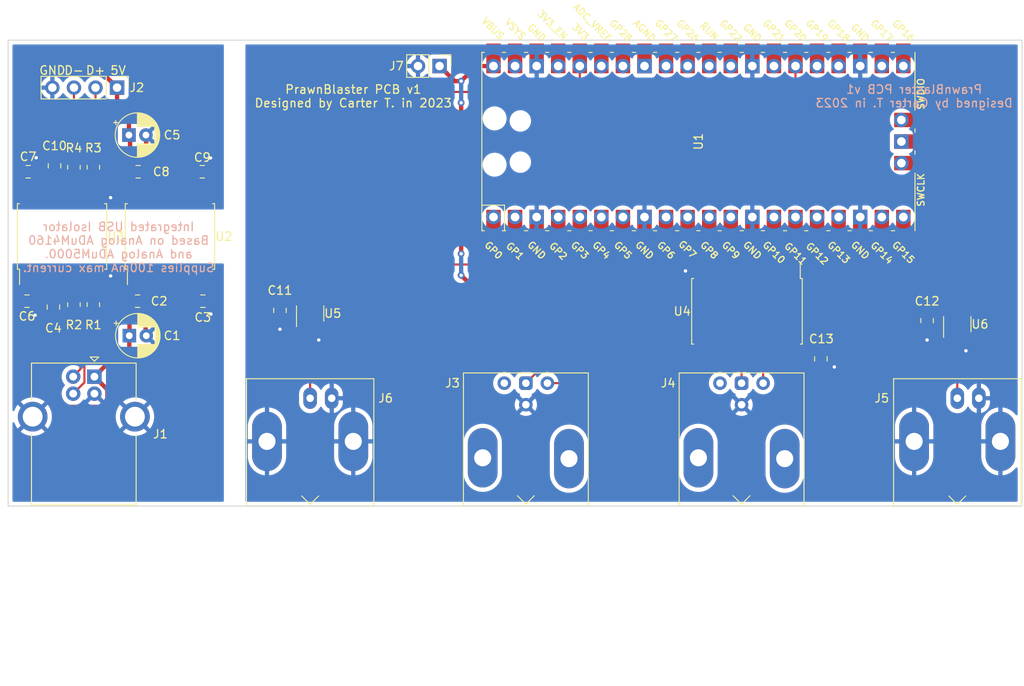
<source format=kicad_pcb>
(kicad_pcb (version 20211014) (generator pcbnew)
  (layers (0 "F.Cu" signal) (31 "B.Cu" signal) (34 "B.Paste" user) (35 "F.Paste" user) (36 "B.SilkS" user "B.Silkscreen") (37 "F.SilkS" user "F.Silkscreen") (38 "B.Mask" user) (39 "F.Mask" user) (44 "Edge.Cuts" user))
  (net 0 "")
  (net 1 "Net-(J1-Pad2)")
  (net 2 "GND")
  (net 3 "Net-(J2-Pad2)")
  (net 4 "Net-(J3-Pad1)")
  (net 5 "Net-(J3-Pad2)")
  (net 6 "Net-(J4-Pad1)")
  (net 7 "Net-(J5-Pad1)")
  (net 8 "VBUS")
  (net 28 "GNDD")
  (net 34 "Net-(C4-Pad1)")
  (net 35 "+5V")
  (net 36 "GNDA")
  (net 37 "Net-(C10-Pad1)")
  (net 38 "+3.3V")
  (net 39 "Net-(J1-Pad3)")
  (net 40 "Net-(J2-Pad3)")
  (net 41 "Net-(J4-Pad2)")
  (net 42 "Net-(R1-Pad2)")
  (net 43 "Net-(R2-Pad2)")
  (net 44 "Net-(R3-Pad1)")
  (net 45 "Net-(R4-Pad1)")
  (net 46 "Net-(U1-Pad1)")
  (net 51 "Net-(U1-Pad12)")
  (net 52 "Net-(U1-Pad15)")
  (net 53 "Net-(U1-Pad17)")
  (net 54 "Net-(U1-Pad20)")
  (net 55 "Net-(U1-Pad26)")
  (net 62 "Net-(J6-Pad1)")
  (net 63 "+5VD")
  (footprint "Resistor_SMD:R_0805_2012Metric" (layer "F.Cu") (at 65.913 57.5545 90)
    (fp_text reference "R1")
    (fp_text value "24")
  )
  (footprint "Package_TO_SOT_SMD:SOT-23-5_HandSoldering" (layer "F.Cu") (at 91.44 58.594 90)
    (fp_text reference "U5")
    (fp_text value "74LVC1G17")
  )
  (footprint "Package_TO_SOT_SMD:SOT-23-5_HandSoldering" (layer "F.Cu") (at 167.64 59.864 90)
    (fp_text reference "U6")
    (fp_text value "74LVC1G07")
  )
  (footprint "Package_SO:SOIC-16W_7.5x10.3mm_P1.27mm" (layer "F.Cu") (at 62.23 49.53 90)
    (fp_text reference "U3")
    (fp_text value "ADUM4160")
  )
  (footprint "Capacitor_SMD:C_0805_2012Metric" (layer "F.Cu") (at 78.806 57.15)
    (fp_text reference "C3")
    (fp_text value "100nF")
  )
  (footprint "Capacitor_SMD:C_0805_2012Metric" (layer "F.Cu") (at 58.105 57.15)
    (fp_text reference "C6")
    (fp_text value "100nF")
  )
  (footprint "Capacitor_SMD:C_0805_2012Metric" (layer "F.Cu") (at 71.186 41.91 180)
    (fp_text reference "C8")
    (fp_text value "100nF")
  )
  (footprint "Capacitor_SMD:C_0805_2012Metric" (layer "F.Cu") (at 78.74 41.91)
    (fp_text reference "C9")
    (fp_text value "100nF")
  )
  (footprint "Capacitor_THT:CP_Radial_D5.0mm_P2.00mm" (layer "F.Cu") (at 70.104 37.592)
    (fp_text reference "C5")
    (fp_text value "10uF")
  )
  (footprint "Package_SO:SOIC-20W_7.5x12.8mm_P1.27mm" (layer "F.Cu") (at 142.875 58.342 -90)
    (fp_text reference "U4")
    (fp_text value "74ABT245")
  )
  (footprint "Capacitor_SMD:C_0805_2012Metric" (layer "F.Cu") (at 164.084 59.436 -90)
    (fp_text reference "C12")
    (fp_text value "100nF")
  )
  (footprint "Resistor_SMD:R_0805_2012Metric" (layer "F.Cu") (at 65.913 41.3785 90)
    (fp_text reference "R3")
    (fp_text value "24")
  )
  (footprint "Package_SO:SOIC-16W_7.5x10.3mm_P1.27mm" (layer "F.Cu") (at 74.93 49.53 90)
    (fp_text reference "U2")
    (fp_text value "ADuM5000")
  )
  (footprint "Resistor_SMD:R_0805_2012Metric" (layer "F.Cu") (at 63.627 41.3785 90)
    (fp_text reference "R4")
    (fp_text value "24")
  )
  (footprint "Capacitor_SMD:C_0805_2012Metric" (layer "F.Cu") (at 71.12 57.15 180)
    (fp_text reference "C2")
    (fp_text value "100nF")
  )
  (footprint "Capacitor_SMD:C_0805_2012Metric" (layer "F.Cu") (at 58.232 41.91 180)
    (fp_text reference "C7")
    (fp_text value "100nF")
  )
  (footprint "Connector_PinHeader_2.54mm:PinHeader_1x04_P2.54mm_Vertical" (layer "F.Cu") (at 68.707 32.004 -90)
    (fp_text reference "J2")
    (fp_text value "Conn_01x04")
  )
  (footprint "Capacitor_SMD:C_0805_2012Metric" (layer "F.Cu") (at 61.341 41.214 90)
    (fp_text reference "C10")
    (fp_text value "100nF")
  )
  (footprint "Capacitor_SMD:C_0805_2012Metric" (layer "F.Cu") (at 151.577 63.942 -90)
    (fp_text reference "C13")
    (fp_text value "100nF")
  )
  (footprint "Capacitor_THT:CP_Radial_D5.0mm_P2.00mm" (layer "F.Cu") (at 70.147401 61.214)
    (fp_text reference "C1")
    (fp_text value "10uF")
  )
  (footprint "Connector_USB:USB_B_OST_USB-B1HSxx_Horizontal" (layer "F.Cu") (at 66.04 66.04 -90)
    (fp_text reference "J1")
    (fp_text value "USB_B")
  )
  (footprint "Resistor_SMD:R_0805_2012Metric" (layer "F.Cu") (at 63.627 57.5545 90)
    (fp_text reference "R2")
    (fp_text value "24")
  )
  (footprint "Connector_PinHeader_2.54mm:PinHeader_1x02_P2.54mm_Vertical" (layer "F.Cu") (at 106.68 29.464 -90)
    (fp_text reference "J7")
    (fp_text value "Conn_01x02")
  )
  (footprint "Capacitor_SMD:C_0805_2012Metric" (layer "F.Cu") (at 61.214 57.851 -90)
    (fp_text reference "C4")
    (fp_text value "100nF")
  )
  (footprint "MCU_RaspberryPi_and_Boards:RPi_Pico_SMD_TH" (layer "F.Cu") (at 137.16 38.354 90)
    (fp_text reference "U1")
    (fp_text value "Pico")
  )
  (footprint "Connector_Coaxial:BNC_Amphenol_B6252HB-NPP3G-50_Horizontal" (layer "F.Cu") (at 167.64 68.58 180)
    (fp_text reference "J5")
    (fp_text value "Conn_Coaxial")
  )
  (footprint "Connector_Coaxial:BNC_Amphenol_031-6575_Horizontal" (layer "F.Cu") (at 116.84 66.802 180)
    (fp_text reference "J3")
    (fp_text value "Conn_Coaxial_x2")
  )
  (footprint "Connector_Coaxial:BNC_Amphenol_B6252HB-NPP3G-50_Horizontal" (layer "F.Cu") (at 91.44 68.58 180)
    (fp_text reference "J6")
    (fp_text value "Conn_Coaxial")
  )
  (footprint "Capacitor_SMD:C_0805_2012Metric" (layer "F.Cu") (at 87.884 58.232 -90)
    (fp_text reference "C11")
    (fp_text value "100nF")
  )
  (footprint "Connector_Coaxial:BNC_Amphenol_031-6575_Horizontal" (layer "F.Cu") (at 142.24 66.802 180)
    (fp_text reference "J4")
    (fp_text value "Conn_Coaxial_x2")
  )
  (gr_rect (start 175.26 81.28) (end 55.88 26.416) (layer "Edge.Cuts") (width 0.1) (fill none))
  (gr_text "Integrated USB Isolator\nBased on Analog ADuM4160\nand Analog ADuM5000.\nSupplies 100mA max current." (at 68.8848 50.8) (layer "B.SilkS") (effects (font (size 1 1)) (justify mirror)))
  (gr_text "PrawnBlaster PCB v1\nDesigned by Carter T. in 2023\n" (at 162.56 33.02) (layer "B.SilkS") (effects (font (size 1 1)) (justify mirror)))
  (gr_text "5V" (at 68.834 29.972) (layer "F.SilkS") (effects (font (size 1 1))))
  (gr_text "PrawnBlaster PCB v1\nDesigned by Carter T. in 2023\n" (at 96.52 33.02) (layer "F.SilkS") (effects (font (size 1 1))))
  (gr_text "D-" (at 63.627 29.972) (layer "F.SilkS") (effects (font (size 1 1))))
  (gr_text "GND" (at 61.087 29.972) (layer "F.SilkS") (effects (font (size 1 1))))
  (gr_text "D+" (at 66.167 29.972) (layer "F.SilkS") (effects (font (size 1 1))))
  (segment (start 65.278 60.833) (end 64.77 60.833) (width 0.25) (layer "F.Cu") (net 1))
  (segment (start 65.405 60.96) (end 65.278 60.833) (width 0.25) (layer "F.Cu") (net 1))
  (segment (start 63.54 66.04) (end 63.54 66) (width 0.25) (layer "F.Cu") (net 1))
  (segment (start 65.405 61.595) (end 65.405 60.96) (width 0.25) (layer "F.Cu") (net 1))
  (segment (start 64.77 60.833) (end 64.262 61.341) (width 0.25) (layer "F.Cu") (net 1))
  (segment (start 63.881 61.341) (end 63.627 61.087) (width 0.25) (layer "F.Cu") (net 1))
  (segment (start 64.262 61.341) (end 63.881 61.341) (width 0.25) (layer "F.Cu") (net 1))
  (segment (start 64.389 65.151) (end 64.389 62.611) (width 0.25) (layer "F.Cu") (net 1))
  (segment (start 63.54 66) (end 64.389 65.151) (width 0.25) (layer "F.Cu") (net 1))
  (segment (start 64.389 62.611) (end 65.405 61.595) (width 0.25) (layer "F.Cu") (net 1))
  (segment (start 63.627 61.087) (end 63.627 58.467) (width 0.25) (layer "F.Cu") (net 1))
  (segment (start 92.39 61.656) (end 92.456 61.722) (width 0.25) (layer "F.Cu") (net 2))
  (segment (start 92.39 59.944) (end 92.39 61.656) (width 0.25) (layer "F.Cu") (net 2))
  (segment (start 147.32 64.516) (end 147.696 64.892) (width 0.508) (layer "F.Cu") (net 2))
  (segment (start 151.577 64.892) (end 153.157 64.892) (width 0.508) (layer "F.Cu") (net 2))
  (segment (start 153.157 64.892) (end 153.162 64.897) (width 0.25) (layer "F.Cu") (net 2))
  (segment (start 147.696 64.892) (end 151.577 64.892) (width 0.508) (layer "F.Cu") (net 2))
  (segment (start 147.32 62.992) (end 147.32 64.516) (width 0.508) (layer "F.Cu") (net 2))
  (segment (start 87.884 59.182) (end 87.884 60.452) (width 0.25) (layer "F.Cu") (net 2))
  (segment (start 135.734 53.692) (end 135.636 53.594) (width 0.25) (layer "F.Cu") (net 2))
  (segment (start 168.59 62.926) (end 168.656 62.992) (width 0.25) (layer "F.Cu") (net 2))
  (segment (start 137.16 53.692) (end 135.734 53.692) (width 0.25) (layer "F.Cu") (net 2))
  (segment (start 168.59 61.214) (end 168.59 62.926) (width 0.25) (layer "F.Cu") (net 2))
  (segment (start 164.084 60.386) (end 164.084 61.722) (width 0.25) (layer "F.Cu") (net 2))
  (via (at 168.656 62.992) (size 0.8) (drill 0.4) (layers "F.Cu" "B.Cu") (net 2))
  (via (at 135.636 53.594) (size 0.8) (drill 0.4) (layers "F.Cu" "B.Cu") (net 2))
  (via (at 87.884 60.452) (size 0.8) (drill 0.4) (layers "F.Cu" "B.Cu") (net 2))
  (via (at 164.084 61.722) (size 0.8) (drill 0.4) (layers "F.Cu" "B.Cu") (net 2))
  (via (at 92.456 61.722) (size 0.8) (drill 0.4) (layers "F.Cu" "B.Cu") (net 2))
  (via (at 153.162 64.897) (size 0.8) (drill 0.4) (layers "F.Cu" "B.Cu") (net 2))
  (segment (start 65.913 40.466) (end 66.167 40.212) (width 0.25) (layer "F.Cu") (net 3))
  (segment (start 66.167 40.212) (end 66.167 32.004) (width 0.25) (layer "F.Cu") (net 3))
  (segment (start 138.43 62.992) (end 137.16 62.992) (width 0.25) (layer "F.Cu") (net 4))
  (segment (start 120.65 62.992) (end 116.84 66.802) (width 0.25) (layer "F.Cu") (net 4))
  (segment (start 137.16 62.992) (end 120.65 62.992) (width 0.25) (layer "F.Cu") (net 4))
  (segment (start 119.38 66.802) (end 132.08 66.802) (width 0.25) (layer "F.Cu") (net 5))
  (segment (start 132.08 66.802) (end 134.112 64.77) (width 0.25) (layer "F.Cu") (net 5))
  (segment (start 140.97 62.992) (end 139.7 62.992) (width 0.25) (layer "F.Cu") (net 5))
  (segment (start 139.192 64.77) (end 139.7 64.262) (width 0.25) (layer "F.Cu") (net 5))
  (segment (start 139.7 64.262) (end 139.7 62.992) (width 0.25) (layer "F.Cu") (net 5))
  (segment (start 134.112 64.77) (end 139.192 64.77) (width 0.25) (layer "F.Cu") (net 5))
  (segment (start 142.24 66.802) (end 142.24 62.992) (width 0.25) (layer "F.Cu") (net 6))
  (segment (start 142.24 62.992) (end 143.51 62.992) (width 0.25) (layer "F.Cu") (net 6))
  (segment (start 167.64 68.58) (end 167.64 61.214) (width 0.25) (layer "F.Cu") (net 7))
  (segment (start 67.564 67.564) (end 67.564 68.707) (width 0.508) (layer "F.Cu") (net 8))
  (segment (start 57.155 56.129) (end 57.785 55.499) (width 0.508) (layer "F.Cu") (net 8))
  (segment (start 77.856 56.002) (end 78.105 55.753) (width 0.508) (layer "F.Cu") (net 8))
  (segment (start 70.147401 63.202599) (end 73.449401 63.202599) (width 0.508) (layer "F.Cu") (net 8))
  (segment (start 78.105 54.18) (end 76.835 54.18) (width 0.25) (layer "F.Cu") (net 8))
  (segment (start 66.04 66.04) (end 67.564 67.564) (width 0.508) (layer "F.Cu") (net 8))
  (segment (start 70.17 61.191401) (end 70.147401 61.214) (width 0.508) (layer "F.Cu") (net 8))
  (segment (start 78.105 55.753) (end 78.105 54.18) (width 0.508) (layer "F.Cu") (net 8))
  (segment (start 57.785 55.499) (end 57.785 54.18) (width 0.508) (layer "F.Cu") (net 8))
  (segment (start 70.147401 61.214) (end 70.147401 63.202599) (width 0.508) (layer "F.Cu") (net 8))
  (segment (start 57.155 57.15) (end 57.155 56.129) (width 0.508) (layer "F.Cu") (net 8))
  (segment (start 66.675 69.596) (end 62.738 69.596) (width 0.508) (layer "F.Cu") (net 8))
  (segment (start 70.485 55.753) (end 70.17 56.068) (width 0.508) (layer "F.Cu") (net 8))
  (segment (start 57.155 57.15) (end 57.155 64.013) (width 0.508) (layer "F.Cu") (net 8))
  (segment (start 70.17 56.068) (end 70.17 57.15) (width 0.508) (layer "F.Cu") (net 8))
  (segment (start 68.877401 63.202599) (end 70.147401 63.202599) (width 0.508) (layer "F.Cu") (net 8))
  (segment (start 77.856 57.15) (end 77.856 56.002) (width 0.508) (layer "F.Cu") (net 8))
  (segment (start 70.485 54.18) (end 70.485 55.753) (width 0.508) (layer "F.Cu") (net 8))
  (segment (start 67.564 68.707) (end 66.675 69.596) (width 0.508) (layer "F.Cu") (net 8))
  (segment (start 73.449401 63.202599) (end 77.856 58.796) (width 0.508) (layer "F.Cu") (net 8))
  (segment (start 77.856 58.796) (end 77.856 57.15) (width 0.508) (layer "F.Cu") (net 8))
  (segment (start 62.738 69.596) (end 57.155 64.013) (width 0.508) (layer "F.Cu") (net 8))
  (segment (start 70.17 57.15) (end 70.17 61.191401) (width 0.508) (layer "F.Cu") (net 8))
  (segment (start 66.04 66.04) (end 68.877401 63.202599) (width 0.508) (layer "F.Cu") (net 8))
  (segment (start 72.07 57.15) (end 72.07 61.136599) (width 0.508) (layer "F.Cu") (net 28))
  (segment (start 72.07 61.136599) (end 72.147401 61.214) (width 0.508) (layer "F.Cu") (net 28))
  (segment (start 72.07 56.068) (end 71.755 55.753) (width 0.508) (layer "F.Cu") (net 28))
  (segment (start 59.055 57.15) (end 59.055 54.18) (width 0.508) (layer "F.Cu") (net 28))
  (segment (start 67.9432 54.18) (end 67.945 54.1782) (width 0.25) (layer "F.Cu") (net 28))
  (segment (start 66.675 54.18) (end 67.9432 54.18) (width 0.25) (layer "F.Cu") (net 28))
  (segment (start 79.756 56.134) (end 79.375 55.753) (width 0.508) (layer "F.Cu") (net 28))
  (segment (start 72.07 57.15) (end 72.07 56.068) (width 0.508) (layer "F.Cu") (net 28))
  (segment (start 79.375 55.753) (end 79.375 54.18) (width 0.508) (layer "F.Cu") (net 28))
  (segment (start 59.055 57.15) (end 59.055 58.801) (width 0.508) (layer "F.Cu") (net 28))
  (segment (start 61.214 58.801) (end 59.055 58.801) (width 0.25) (layer "F.Cu") (net 28))
  (segment (start 79.756 57.15) (end 79.756 58.674) (width 0.508) (layer "F.Cu") (net 28))
  (segment (start 79.756 57.15) (end 79.756 56.134) (width 0.508) (layer "F.Cu") (net 28))
  (segment (start 71.755 55.753) (end 71.755 54.18) (width 0.508) (layer "F.Cu") (net 28))
  (via (at 79.756 58.674) (size 0.8) (drill 0.4) (layers "F.Cu" "B.Cu") (net 28))
  (via (at 59.055 58.801) (size 0.8) (drill 0.4) (layers "F.Cu" "B.Cu") (net 28))
  (via (at 67.945 54.1782) (size 0.8) (drill 0.4) (layers "F.Cu" "B.Cu") (net 28))
  (segment (start 61.595 54.18) (end 61.595 55.499) (width 0.25) (layer "F.Cu") (net 34))
  (segment (start 61.595 55.499) (end 61.214 55.88) (width 0.25) (layer "F.Cu") (net 34))
  (segment (start 60.325 54.18) (end 61.595 54.18) (width 0.25) (layer "F.Cu") (net 34))
  (segment (start 61.214 55.88) (end 61.214 56.901) (width 0.25) (layer "F.Cu") (net 34))
  (segment (start 61.595 54.18) (end 62.865 54.18) (width 0.25) (layer "F.Cu") (net 34))
  (segment (start 74.295 43.434) (end 75.819 41.91) (width 0.25) (layer "F.Cu") (net 35))
  (segment (start 57.282 41.91) (end 57.282 32.126) (width 0.508) (layer "F.Cu") (net 35))
  (segment (start 77.79 39.309) (end 77.79 41.91) (width 0.508) (layer "F.Cu") (net 35))
  (segment (start 70.231 43.053) (end 70.231 41.915) (width 0.508) (layer "F.Cu") (net 35))
  (segment (start 70.147401 35.476401) (end 73.957401 35.476401) (width 0.508) (layer "F.Cu") (net 35))
  (segment (start 77.79 41.91) (end 77.79 42.865) (width 0.508) (layer "F.Cu") (net 35))
  (segment (start 73.957401 35.476401) (end 77.79 39.309) (width 0.508) (layer "F.Cu") (net 35))
  (segment (start 77.79 42.865) (end 78.105 43.18) (width 0.508) (layer "F.Cu") (net 35))
  (segment (start 70.236 37.724) (end 70.104 37.592) (width 0.508) (layer "F.Cu") (net 35))
  (segment (start 74.295 44.88) (end 74.295 43.434) (width 0.25) (layer "F.Cu") (net 35))
  (segment (start 57.785 43.561) (end 57.282 43.058) (width 0.508) (layer "F.Cu") (net 35))
  (segment (start 70.147401 35.476401) (end 70.104 35.519802) (width 0.508) (layer "F.Cu") (net 35))
  (segment (start 66.675 29.972) (end 68.707 32.004) (width 0.508) (layer "F.Cu") (net 35))
  (segment (start 70.236 41.91) (end 70.236 37.724) (width 0.508) (layer "F.Cu") (net 35))
  (segment (start 75.819 41.91) (end 77.79 41.91) (width 0.25) (layer "F.Cu") (net 35))
  (segment (start 57.282 32.126) (end 59.436 29.972) (width 0.508) (layer "F.Cu") (net 35))
  (segment (start 68.707 34.036) (end 68.707 32.004) (width 0.508) (layer "F.Cu") (net 35))
  (segment (start 70.485 43.307) (end 70.231 43.053) (width 0.508) (layer "F.Cu") (net 35))
  (segment (start 57.785 44.88) (end 57.785 43.561) (width 0.508) (layer "F.Cu") (net 35))
  (segment (start 78.105 43.18) (end 78.105 44.88) (width 0.508) (layer "F.Cu") (net 35))
  (segment (start 59.436 29.972) (end 66.675 29.972) (width 0.508) (layer "F.Cu") (net 35))
  (segment (start 57.282 43.058) (end 57.282 41.91) (width 0.508) (layer "F.Cu") (net 35))
  (segment (start 70.147401 35.476401) (end 68.707 34.036) (width 0.508) (layer "F.Cu") (net 35))
  (segment (start 70.104 35.519802) (end 70.104 37.592) (width 0.508) (layer "F.Cu") (net 35))
  (segment (start 70.485 44.88) (end 70.485 43.307) (width 0.508) (layer "F.Cu") (net 35))
  (segment (start 71.755 43.434) (end 71.755 44.88) (width 0.508) (layer "F.Cu") (net 36))
  (segment (start 79.375 43.18) (end 79.375 44.88) (width 0.508) (layer "F.Cu") (net 36))
  (segment (start 59.187 40.264) (end 59.182 40.259) (width 0.25) (layer "F.Cu") (net 36))
  (segment (start 59.182 41.91) (end 59.182 43.307) (width 0.508) (layer "F.Cu") (net 36))
  (segment (start 67.945 44.958) (end 66.753 44.958) (width 0.25) (layer "F.Cu") (net 36))
  (segment (start 79.69 42.865) (end 79.375 43.18) (width 0.508) (layer "F.Cu") (net 36))
  (segment (start 72.136 41.91) (end 72.136 43.053) (width 0.508) (layer "F.Cu") (net 36))
  (segment (start 59.055 44.88) (end 59.055 43.434) (width 0.508) (layer "F.Cu") (net 36))
  (segment (start 79.69 41.91) (end 79.69 40.2996) (width 0.508) (layer "F.Cu") (net 36))
  (segment (start 59.182 41.91) (end 59.182 40.259) (width 0.508) (layer "F.Cu") (net 36))
  (segment (start 72.136 43.053) (end 71.755 43.434) (width 0.508) (layer "F.Cu") (net 36))
  (segment (start 59.055 43.434) (end 59.182 43.307) (width 0.508) (layer "F.Cu") (net 36))
  (segment (start 72.136 37.624) (end 72.104 37.592) (width 0.508) (layer "F.Cu") (net 36))
  (segment (start 79.69 41.91) (end 79.69 42.865) (width 0.508) (layer "F.Cu") (net 36))
  (segment (start 79.69 40.2996) (end 79.7052 40.2844) (width 0.25) (layer "F.Cu") (net 36))
  (segment (start 72.136 41.91) (end 72.136 37.624) (width 0.508) (layer "F.Cu") (net 36))
  (segment (start 61.341 40.264) (end 59.187 40.264) (width 0.25) (layer "F.Cu") (net 36))
  (segment (start 66.753 44.958) (end 66.675 44.88) (width 0.25) (layer "F.Cu") (net 36))
  (via (at 79.7052 40.2844) (size 0.8) (drill 0.4) (layers "F.Cu" "B.Cu") (net 36))
  (via (at 67.945 44.958) (size 0.8) (drill 0.4) (layers "F.Cu" "B.Cu") (net 36))
  (via (at 59.182 40.259) (size 0.8) (drill 0.4) (layers "F.Cu" "B.Cu") (net 36))
  (segment (start 61.341 43.307) (end 61.341 42.164) (width 0.25) (layer "F.Cu") (net 37))
  (segment (start 60.325 44.88) (end 61.595 44.88) (width 0.25) (layer "F.Cu") (net 37))
  (segment (start 61.595 44.88) (end 61.595 43.561) (width 0.25) (layer "F.Cu") (net 37))
  (segment (start 62.865 44.88) (end 61.595 44.88) (width 0.25) (layer "F.Cu") (net 37))
  (segment (start 61.595 43.561) (end 61.341 43.307) (width 0.25) (layer "F.Cu") (net 37))
  (segment (start 135.636 43.434) (end 163.322 43.434) (width 0.25) (layer "F.Cu") (net 38))
  (segment (start 166.69 46.802) (end 166.69 58.514) (width 0.25) (layer "F.Cu") (net 38))
  (segment (start 166.69 58.514) (end 164.112 58.514) (width 0.25) (layer "F.Cu") (net 38))
  (segment (start 163.322 43.434) (end 166.69 46.802) (width 0.25) (layer "F.Cu") (net 38))
  (segment (start 164.112 58.514) (end 164.084 58.486) (width 0.25) (layer "F.Cu") (net 38))
  (segment (start 87.884 57.282) (end 87.922 57.244) (width 0.25) (layer "F.Cu") (net 38))
  (segment (start 90.49 49.972) (end 90.49 57.244) (width 0.25) (layer "F.Cu") (net 38))
  (segment (start 107.95 32.512) (end 90.49 49.972) (width 0.25) (layer "F.Cu") (net 38))
  (segment (start 123.19 30.988) (end 121.666 32.512) (width 0.25) (layer "F.Cu") (net 38))
  (segment (start 123.19 30.988) (end 135.636 43.434) (width 0.25) (layer "F.Cu") (net 38))
  (segment (start 121.666 32.512) (end 107.95 32.512) (width 0.25) (layer "F.Cu") (net 38))
  (segment (start 87.922 57.244) (end 90.49 57.244) (width 0.25) (layer "F.Cu") (net 38))
  (segment (start 123.19 29.464) (end 123.19 30.988) (width 0.25) (layer "F.Cu") (net 38))
  (segment (start 64.865 66.715) (end 64.865 63.024) (width 0.25) (layer "F.Cu") (net 39))
  (segment (start 63.54 68.04) (end 64.865 66.715) (width 0.25) (layer "F.Cu") (net 39))
  (segment (start 64.865 63.024) (end 65.913 61.976) (width 0.25) (layer "F.Cu") (net 39))
  (segment (start 65.913 61.976) (end 65.913 58.467) (width 0.25) (layer "F.Cu") (net 39))
  (segment (start 63.627 40.466) (end 63.627 32.004) (width 0.25) (layer "F.Cu") (net 40))
  (segment (start 144.78 66.802) (end 144.78 62.992) (width 0.25) (layer "F.Cu") (net 41))
  (segment (start 144.78 62.992) (end 146.05 62.992) (width 0.25) (layer "F.Cu") (net 41))
  (segment (start 65.405 54.18) (end 65.405 56.134) (width 0.4064) (layer "F.Cu") (net 42))
  (segment (start 65.405 56.134) (end 65.913 56.642) (width 0.4064) (layer "F.Cu") (net 42))
  (segment (start 64.135 54.18) (end 64.135 56.134) (width 0.4064) (layer "F.Cu") (net 43))
  (segment (start 64.135 56.134) (end 63.627 56.642) (width 0.4064) (layer "F.Cu") (net 43))
  (segment (start 65.405 42.799) (end 65.913 42.291) (width 0.4064) (layer "F.Cu") (net 44))
  (segment (start 65.405 44.88) (end 65.405 42.799) (width 0.4064) (layer "F.Cu") (net 44))
  (segment (start 64.135 44.88) (end 64.135 42.799) (width 0.4064) (layer "F.Cu") (net 45))
  (segment (start 64.135 42.799) (end 63.627 42.291) (width 0.4064) (layer "F.Cu") (net 45))
  (segment (start 113.03 50.546) (end 110.744 52.832) (width 0.25) (layer "F.Cu") (net 46))
  (segment (start 110.744 52.832) (end 95.504 52.832) (width 0.25) (layer "F.Cu") (net 46))
  (segment (start 95.504 52.832) (end 92.39 55.946) (width 0.25) (layer "F.Cu") (net 46))
  (segment (start 113.03 47.244) (end 113.03 50.546) (width 0.25) (layer "F.Cu") (net 46))
  (segment (start 92.39 55.946) (end 92.39 57.244) (width 0.25) (layer "F.Cu") (net 46))
  (segment (start 138.43 53.692) (end 139.7 53.692) (width 0.25) (layer "F.Cu") (net 51))
  (segment (start 139.7 51.816) (end 139.7 53.692) (width 0.25) (layer "F.Cu") (net 51))
  (segment (start 140.97 47.244) (end 140.97 50.546) (width 0.25) (layer "F.Cu") (net 51))
  (segment (start 140.97 50.546) (end 139.7 51.816) (width 0.25) (layer "F.Cu") (net 51))
  (segment (start 148.336 50.546) (end 143.764 50.546) (width 0.25) (layer "F.Cu") (net 52))
  (segment (start 142.24 52.07) (end 142.24 53.692) (width 0.25) (layer "F.Cu") (net 52))
  (segment (start 143.764 50.546) (end 142.24 52.07) (width 0.25) (layer "F.Cu") (net 52))
  (segment (start 148.59 47.244) (end 148.59 50.292) (width 0.25) (layer "F.Cu") (net 52))
  (segment (start 148.59 50.292) (end 148.336 50.546) (width 0.25) (layer "F.Cu") (net 52))
  (segment (start 140.97 53.692) (end 142.24 53.692) (width 0.25) (layer "F.Cu") (net 52))
  (segment (start 144.78 52.324) (end 145.796 51.308) (width 0.25) (layer "F.Cu") (net 53))
  (segment (start 153.67 50.546) (end 153.67 47.244) (width 0.25) (layer "F.Cu") (net 53))
  (segment (start 152.908 51.308) (end 153.67 50.546) (width 0.25) (layer "F.Cu") (net 53))
  (segment (start 144.78 53.692) (end 144.78 52.324) (width 0.25) (layer "F.Cu") (net 53))
  (segment (start 143.51 53.692) (end 144.78 53.692) (width 0.25) (layer "F.Cu") (net 53))
  (segment (start 145.796 51.308) (end 152.908 51.308) (width 0.25) (layer "F.Cu") (net 53))
  (segment (start 159.766 52.07) (end 161.29 50.546) (width 0.25) (layer "F.Cu") (net 54))
  (segment (start 146.05 53.692) (end 147.32 53.692) (width 0.25) (layer "F.Cu") (net 54))
  (segment (start 161.29 50.546) (end 161.29 47.244) (width 0.25) (layer "F.Cu") (net 54))
  (segment (start 147.32 53.692) (end 147.32 52.324) (width 0.25) (layer "F.Cu") (net 54))
  (segment (start 147.32 52.324) (end 147.574 52.07) (width 0.25) (layer "F.Cu") (net 54))
  (segment (start 147.574 52.07) (end 159.766 52.07) (width 0.25) (layer "F.Cu") (net 54))
  (segment (start 148.59 31.242) (end 149.86 32.512) (width 0.25) (layer "F.Cu") (net 55))
  (segment (start 148.59 29.464) (end 148.59 31.242) (width 0.25) (layer "F.Cu") (net 55))
  (segment (start 168.59 37.272) (end 168.59 58.514) (width 0.25) (layer "F.Cu") (net 55))
  (segment (start 149.86 32.512) (end 163.83 32.512) (width 0.25) (layer "F.Cu") (net 55))
  (segment (start 163.83 32.512) (end 168.59 37.272) (width 0.25) (layer "F.Cu") (net 55))
  (segment (start 91.44 68.58) (end 91.44 59.944) (width 0.25) (layer "F.Cu") (net 62))
  (segment (start 148.59 62.992) (end 151.577 62.992) (width 0.508) (layer "F.Cu") (net 63))
  (segment (start 110.998 29.464) (end 109.22 31.242) (width 0.508) (layer "F.Cu") (net 63))
  (segment (start 113.03 29.464) (end 110.998 29.464) (width 0.508) (layer "F.Cu") (net 63))
  (segment (start 148.082 55.753) (end 148.59 55.245) (width 0.508) (layer "F.Cu") (net 63))
  (segment (start 109.22 54.102) (end 110.871 55.753) (width 0.508) (layer "F.Cu") (net 63))
  (segment (start 110.871 55.753) (end 148.082 55.753) (width 0.508) (layer "F.Cu") (net 63))
  (segment (start 109.22 33.782) (end 109.22 51.562) (width 0.508) (layer "F.Cu") (net 63))
  (segment (start 108.458 31.242) (end 106.68 29.464) (width 0.508) (layer "F.Cu") (net 63))
  (segment (start 148.082 55.753) (end 148.59 56.261) (width 0.508) (layer "F.Cu") (net 63))
  (segment (start 148.59 56.261) (end 148.59 62.992) (width 0.508) (layer "F.Cu") (net 63))
  (segment (start 109.22 31.242) (end 108.458 31.242) (width 0.508) (layer "F.Cu") (net 63))
  (segment (start 148.59 55.245) (end 148.59 53.692) (width 0.508) (layer "F.Cu") (net 63))
  (via (at 109.22 31.242) (size 0.8) (drill 0.4) (layers "F.Cu" "B.Cu") (net 63))
  (via (at 109.22 54.102) (size 0.8) (drill 0.4) (layers "F.Cu" "B.Cu") (net 63))
  (via (at 109.22 51.562) (size 0.8) (drill 0.4) (layers "F.Cu" "B.Cu") (net 63))
  (via (at 109.22 33.782) (size 0.8) (drill 0.4) (layers "F.Cu" "B.Cu") (net 63))
  (segment (start 109.22 51.562) (end 109.22 54.102) (width 0.508) (layer "B.Cu") (net 63))
  (segment (start 109.22 31.242) (end 109.22 33.782) (width 0.508) (layer "B.Cu") (net 63))
  (zone (net 36) (net_name "GNDA") (layer "B.Cu") (connect_pads (clearance 0.508)) (min_thickness 0.254) (fill yes (thermal_gap 0.508) (thermal_bridge_width 0.508))
    (polygon (pts (xy 81.28 46.355) (xy 55.88 46.355) (xy 55.88 26.416) (xy 81.28 26.416)))
  )
  (zone (net 28) (net_name "GNDD") (layer "B.Cu") (connect_pads (clearance 0.508)) (min_thickness 0.254) (fill yes (thermal_gap 0.508) (thermal_bridge_width 0.508))
    (polygon (pts (xy 81.28 81.28) (xy 55.88 81.28) (xy 55.88 52.705) (xy 81.28 52.705)))
  )
  (zone (net 2) (net_name "GND") (layer "B.Cu") (connect_pads (clearance 0.508)) (min_thickness 0.254) (fill yes (thermal_gap 0.508) (thermal_bridge_width 0.508))
    (polygon (pts (xy 175.26 81.28) (xy 83.82 81.28) (xy 83.82 26.416) (xy 175.26 26.416)))
  )
)
</source>
